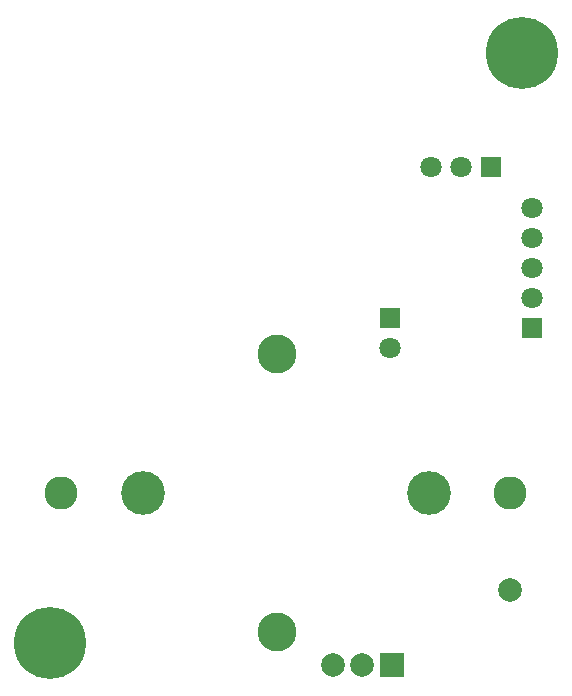
<source format=gbs>
G04*
G04 #@! TF.GenerationSoftware,Altium Limited,Altium Designer,18.1.9 (240)*
G04*
G04 Layer_Color=16711935*
%FSLAX24Y24*%
%MOIN*%
G70*
G01*
G75*
%ADD43C,0.0710*%
%ADD44R,0.0710X0.0710*%
%ADD45R,0.0710X0.0710*%
%ADD46C,0.0789*%
%ADD47C,0.1458*%
%ADD48C,0.1104*%
%ADD49R,0.0789X0.0789*%
%ADD50C,0.2402*%
%ADD51C,0.1299*%
D43*
X12913Y11392D02*
D03*
X14295Y17421D02*
D03*
X15295D02*
D03*
X17638Y14051D02*
D03*
Y15051D02*
D03*
Y13051D02*
D03*
Y16051D02*
D03*
D44*
X12913Y12392D02*
D03*
X17638Y12051D02*
D03*
D45*
X16295Y17421D02*
D03*
D46*
X16929Y3307D02*
D03*
X11988Y827D02*
D03*
X11004D02*
D03*
D47*
X4685Y6535D02*
D03*
X14213D02*
D03*
D48*
X1969D02*
D03*
X16929D02*
D03*
D49*
X12972Y827D02*
D03*
D50*
X17323Y21220D02*
D03*
X1575Y1535D02*
D03*
D51*
X9152Y1929D02*
D03*
X9144Y11181D02*
D03*
M02*

</source>
